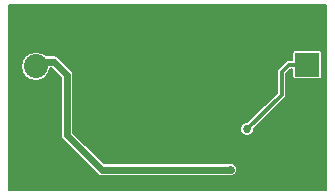
<source format=gbr>
G04 #@! TF.FileFunction,Copper,L2,Bot,Signal*
%FSLAX46Y46*%
G04 Gerber Fmt 4.6, Leading zero omitted, Abs format (unit mm)*
G04 Created by KiCad (PCBNEW 0.201508060901+6055~28~ubuntu14.04.1-product) date Wed 12 Aug 2015 10:53:55 PM EDT*
%MOMM*%
G01*
G04 APERTURE LIST*
%ADD10C,0.100000*%
%ADD11C,0.600000*%
%ADD12R,2.032000X2.032000*%
%ADD13O,2.032000X2.032000*%
%ADD14R,2.000000X1.200000*%
%ADD15C,0.500000*%
%ADD16C,0.685800*%
%ADD17C,0.609600*%
%ADD18C,0.304800*%
%ADD19C,0.152400*%
G04 APERTURE END LIST*
D10*
D11*
X165854000Y-119639000D03*
X164584000Y-119639000D03*
X163314000Y-119639000D03*
X165854000Y-118369000D03*
X164584000Y-118369000D03*
X163314000Y-118369000D03*
X165854000Y-117099000D03*
X164584000Y-117099000D03*
X163314000Y-117099000D03*
X165854000Y-115829000D03*
X164584000Y-115829000D03*
X163314000Y-115829000D03*
X164584000Y-114559000D03*
X163314000Y-114559000D03*
X162044000Y-114559000D03*
X158869000Y-118369000D03*
X157599000Y-118369000D03*
X156329000Y-118369000D03*
X160139000Y-122179000D03*
X158869000Y-122179000D03*
X157599000Y-122179000D03*
X156329000Y-122179000D03*
X160139000Y-120909000D03*
X158869000Y-120909000D03*
X157599000Y-120909000D03*
X156329000Y-120909000D03*
X160139000Y-119639000D03*
X158869000Y-119639000D03*
X157599000Y-119639000D03*
X156329000Y-119639000D03*
X179189000Y-117099000D03*
X180459000Y-117099000D03*
X181729000Y-117099000D03*
X181729000Y-118369000D03*
X180459000Y-118369000D03*
X179189000Y-118369000D03*
X177919000Y-118369000D03*
X181729000Y-122179000D03*
X180459000Y-122179000D03*
X179189000Y-122179000D03*
X177919000Y-122179000D03*
X176649000Y-122179000D03*
X175379000Y-122179000D03*
X181729000Y-120909000D03*
X180459000Y-120909000D03*
X179189000Y-120909000D03*
X177919000Y-120909000D03*
X176649000Y-120909000D03*
X175379000Y-120909000D03*
X181729000Y-119639000D03*
X180459000Y-119639000D03*
X179189000Y-119639000D03*
X177919000Y-119639000D03*
X176649000Y-119639000D03*
D12*
X157980000Y-115194000D03*
D13*
X157980000Y-112654000D03*
D12*
X180975000Y-112522000D03*
D13*
X180975000Y-115062000D03*
D14*
X169164000Y-114554000D03*
D15*
X169864000Y-114854000D03*
X169164000Y-114554000D03*
X168464000Y-114854000D03*
X168464000Y-114254000D03*
X169864000Y-114254000D03*
D11*
X175379000Y-119639000D03*
D16*
X174490000Y-121417000D03*
X175887000Y-117988000D03*
D17*
X160647000Y-113416000D02*
X159499000Y-112268000D01*
X160647000Y-118496000D02*
X160647000Y-113416000D01*
X163568000Y-121417000D02*
X160647000Y-118496000D01*
X174490000Y-121417000D02*
X163568000Y-121417000D01*
X159499000Y-112268000D02*
X158496000Y-112268000D01*
D18*
X179448000Y-112522000D02*
X180975000Y-112522000D01*
X178808000Y-113162000D02*
X179448000Y-112522000D01*
X178808000Y-115067000D02*
X178808000Y-113162000D01*
X175887000Y-117988000D02*
X178808000Y-115067000D01*
D19*
G36*
X182593400Y-123170400D02*
X155718600Y-123170400D01*
X155718600Y-112654000D01*
X156711017Y-112654000D01*
X156805757Y-113130288D01*
X157075552Y-113534065D01*
X157479329Y-113803860D01*
X157955617Y-113898600D01*
X158004383Y-113898600D01*
X158480671Y-113803860D01*
X158884448Y-113534065D01*
X159154243Y-113130288D01*
X159219663Y-112801400D01*
X159278058Y-112801400D01*
X160113600Y-113636942D01*
X160113600Y-118496000D01*
X160154203Y-118700123D01*
X160269829Y-118873171D01*
X163190829Y-121794171D01*
X163363877Y-121909797D01*
X163568000Y-121950400D01*
X174284309Y-121950400D01*
X174375823Y-121988400D01*
X174603180Y-121988599D01*
X174813306Y-121901776D01*
X174974211Y-121741151D01*
X175061400Y-121531177D01*
X175061599Y-121303820D01*
X174974776Y-121093694D01*
X174814151Y-120932789D01*
X174604177Y-120845600D01*
X174376820Y-120845401D01*
X174284372Y-120883600D01*
X163788942Y-120883600D01*
X161180400Y-118275058D01*
X161180400Y-118101180D01*
X175315401Y-118101180D01*
X175402224Y-118311306D01*
X175562849Y-118472211D01*
X175772823Y-118559400D01*
X176000180Y-118559599D01*
X176210306Y-118472776D01*
X176371211Y-118312151D01*
X176458400Y-118102177D01*
X176458529Y-117955287D01*
X179077408Y-115336408D01*
X179159998Y-115212802D01*
X179189001Y-115067000D01*
X179189000Y-115066995D01*
X179189000Y-113319816D01*
X179605815Y-112903000D01*
X179725922Y-112903000D01*
X179725922Y-113538000D01*
X179741862Y-113622714D01*
X179791928Y-113700518D01*
X179868320Y-113752715D01*
X179959000Y-113771078D01*
X181991000Y-113771078D01*
X182075714Y-113755138D01*
X182153518Y-113705072D01*
X182205715Y-113628680D01*
X182224078Y-113538000D01*
X182224078Y-111506000D01*
X182208138Y-111421286D01*
X182158072Y-111343482D01*
X182081680Y-111291285D01*
X181991000Y-111272922D01*
X179959000Y-111272922D01*
X179874286Y-111288862D01*
X179796482Y-111338928D01*
X179744285Y-111415320D01*
X179725922Y-111506000D01*
X179725922Y-112141000D01*
X179448005Y-112141000D01*
X179448000Y-112140999D01*
X179302198Y-112170002D01*
X179178592Y-112252592D01*
X179178590Y-112252595D01*
X178538592Y-112892592D01*
X178456002Y-113016197D01*
X178456002Y-113016198D01*
X178427000Y-113162000D01*
X178427000Y-114909184D01*
X175919655Y-117416529D01*
X175773820Y-117416401D01*
X175563694Y-117503224D01*
X175402789Y-117663849D01*
X175315600Y-117873823D01*
X175315401Y-118101180D01*
X161180400Y-118101180D01*
X161180400Y-113416000D01*
X161139797Y-113211877D01*
X161024171Y-113038829D01*
X159876171Y-111890829D01*
X159703123Y-111775203D01*
X159499000Y-111734600D01*
X158825579Y-111734600D01*
X158480671Y-111504140D01*
X158004383Y-111409400D01*
X157955617Y-111409400D01*
X157479329Y-111504140D01*
X157075552Y-111773935D01*
X156805757Y-112177712D01*
X156711017Y-112654000D01*
X155718600Y-112654000D01*
X155718600Y-107471600D01*
X182593400Y-107471600D01*
X182593400Y-123170400D01*
X182593400Y-123170400D01*
G37*
X182593400Y-123170400D02*
X155718600Y-123170400D01*
X155718600Y-112654000D01*
X156711017Y-112654000D01*
X156805757Y-113130288D01*
X157075552Y-113534065D01*
X157479329Y-113803860D01*
X157955617Y-113898600D01*
X158004383Y-113898600D01*
X158480671Y-113803860D01*
X158884448Y-113534065D01*
X159154243Y-113130288D01*
X159219663Y-112801400D01*
X159278058Y-112801400D01*
X160113600Y-113636942D01*
X160113600Y-118496000D01*
X160154203Y-118700123D01*
X160269829Y-118873171D01*
X163190829Y-121794171D01*
X163363877Y-121909797D01*
X163568000Y-121950400D01*
X174284309Y-121950400D01*
X174375823Y-121988400D01*
X174603180Y-121988599D01*
X174813306Y-121901776D01*
X174974211Y-121741151D01*
X175061400Y-121531177D01*
X175061599Y-121303820D01*
X174974776Y-121093694D01*
X174814151Y-120932789D01*
X174604177Y-120845600D01*
X174376820Y-120845401D01*
X174284372Y-120883600D01*
X163788942Y-120883600D01*
X161180400Y-118275058D01*
X161180400Y-118101180D01*
X175315401Y-118101180D01*
X175402224Y-118311306D01*
X175562849Y-118472211D01*
X175772823Y-118559400D01*
X176000180Y-118559599D01*
X176210306Y-118472776D01*
X176371211Y-118312151D01*
X176458400Y-118102177D01*
X176458529Y-117955287D01*
X179077408Y-115336408D01*
X179159998Y-115212802D01*
X179189001Y-115067000D01*
X179189000Y-115066995D01*
X179189000Y-113319816D01*
X179605815Y-112903000D01*
X179725922Y-112903000D01*
X179725922Y-113538000D01*
X179741862Y-113622714D01*
X179791928Y-113700518D01*
X179868320Y-113752715D01*
X179959000Y-113771078D01*
X181991000Y-113771078D01*
X182075714Y-113755138D01*
X182153518Y-113705072D01*
X182205715Y-113628680D01*
X182224078Y-113538000D01*
X182224078Y-111506000D01*
X182208138Y-111421286D01*
X182158072Y-111343482D01*
X182081680Y-111291285D01*
X181991000Y-111272922D01*
X179959000Y-111272922D01*
X179874286Y-111288862D01*
X179796482Y-111338928D01*
X179744285Y-111415320D01*
X179725922Y-111506000D01*
X179725922Y-112141000D01*
X179448005Y-112141000D01*
X179448000Y-112140999D01*
X179302198Y-112170002D01*
X179178592Y-112252592D01*
X179178590Y-112252595D01*
X178538592Y-112892592D01*
X178456002Y-113016197D01*
X178456002Y-113016198D01*
X178427000Y-113162000D01*
X178427000Y-114909184D01*
X175919655Y-117416529D01*
X175773820Y-117416401D01*
X175563694Y-117503224D01*
X175402789Y-117663849D01*
X175315600Y-117873823D01*
X175315401Y-118101180D01*
X161180400Y-118101180D01*
X161180400Y-113416000D01*
X161139797Y-113211877D01*
X161024171Y-113038829D01*
X159876171Y-111890829D01*
X159703123Y-111775203D01*
X159499000Y-111734600D01*
X158825579Y-111734600D01*
X158480671Y-111504140D01*
X158004383Y-111409400D01*
X157955617Y-111409400D01*
X157479329Y-111504140D01*
X157075552Y-111773935D01*
X156805757Y-112177712D01*
X156711017Y-112654000D01*
X155718600Y-112654000D01*
X155718600Y-107471600D01*
X182593400Y-107471600D01*
X182593400Y-123170400D01*
M02*

</source>
